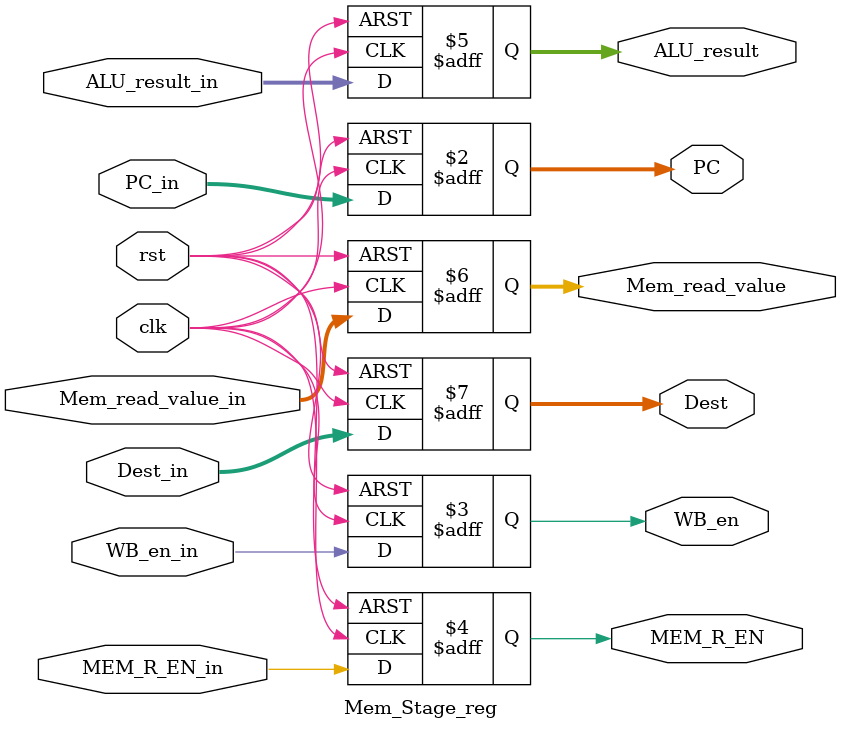
<source format=v>
module Mem_Stage_reg
  (
    input clk,
    input rst,
    input[31:0] PC_in,
    input WB_en_in,
    input MEM_R_EN_in,
    input[31:0] ALU_result_in,
    input[31:0] Mem_read_value_in,
    input[4:0] Dest_in,
    output reg [31:0] PC,
    output reg WB_en,
    output reg MEM_R_EN,
    output reg[31:0] ALU_result,
    output reg[31:0] Mem_read_value,
    output reg[4:0] Dest
  );

  always @(posedge clk, posedge rst)
    begin
      if(rst)
        begin
          PC <= 32'b0;
          WB_en <= 1'b0;
          MEM_R_EN <= 1'b0;
          ALU_result <= 32'b0;
          Mem_read_value <= 32'b0;
          Dest <= 5'b0;
      end
      else
        begin
          PC <= PC_in;
          WB_en <= WB_en_in;
          MEM_R_EN <= MEM_R_EN_in;
          ALU_result <= ALU_result_in;
          Mem_read_value <= Mem_read_value_in;
          Dest <= Dest_in;
        end
    end

endmodule

</source>
